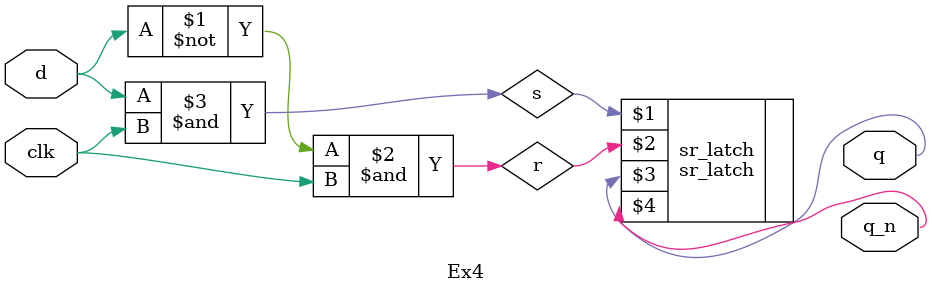
<source format=v>
module Ex4
(
input clk ,
input d,
output q,
output q_n
);
wire r = ~d & clk;
wire s = d & clk ;
sr_latch sr_latch (s, r, q, q_n);
endmodule
</source>
